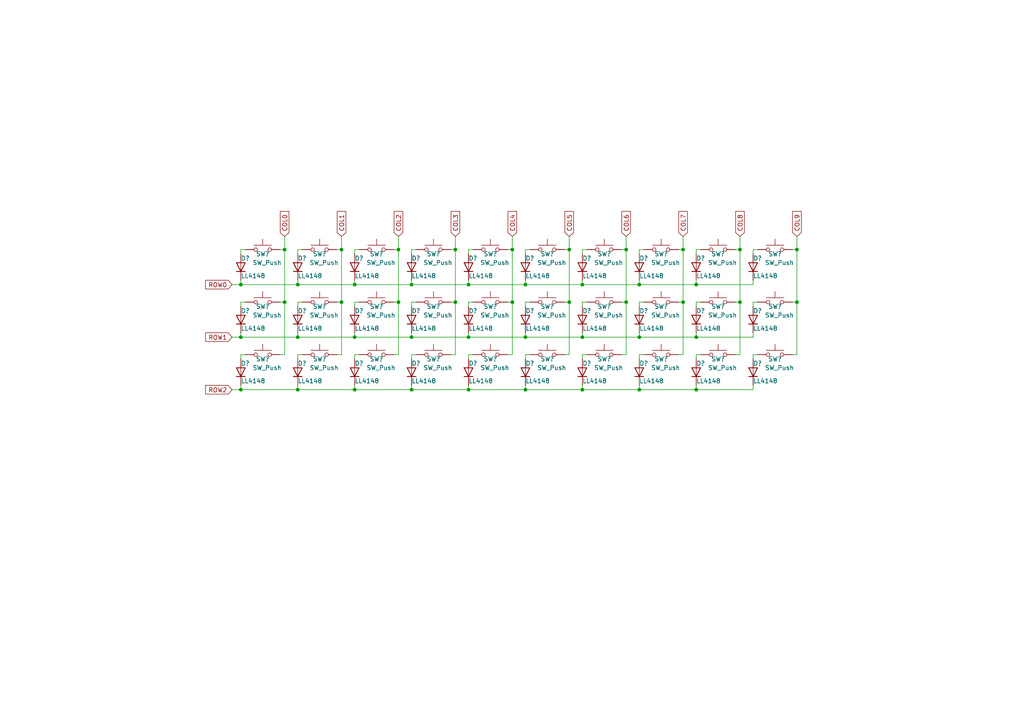
<source format=kicad_sch>
(kicad_sch (version 20230121) (generator eeschema)
  (paper "A4")
  (lib_symbols
    (symbol "Device:D" (pin_numbers hide) (pin_names (offset 1.016) hide)
      (property "Reference" "D" (at 0 2.54 0))
      (property "Value" "D" (at 0 -2.54 0))
      (symbol "D_0_1"
        (polyline (pts (xy -1.27 1.27) (xy -1.27 -1.27)) (stroke (width 0.254)))
        (polyline (pts (xy 1.27 0) (xy -1.27 0)))
        (polyline (pts (xy 1.27 1.27) (xy 1.27 -1.27) (xy -1.27 0) (xy 1.27 1.27)) (stroke (width 0.254)))
      )
      (symbol "D_1_1"
        (pin passive line (at -3.81 0 0) (length 2.54) (name "K") (number "1"))
        (pin passive line (at 3.81 0 180) (length 2.54) (name "A") (number "2"))
      )
    )
    (symbol "Switch:SW_Push" (pin_numbers hide) (pin_names (offset 1.016) hide)
      (property "Reference" "SW" (at 1.27 2.54 0))
      (property "Value" "SW_Push" (at 0 -1.524 0))
      (symbol "SW_Push_0_1"
        (circle (center -2.032 0) (radius 0.508))
        (polyline (pts (xy 0 1.27) (xy 0 3.048)))
        (polyline (pts (xy 2.54 1.27) (xy -2.54 1.27)))
        (circle (center 2.032 0) (radius 0.508))
        (pin passive line (at -5.08 0 0) (length 2.54) (name "1") (number "1"))
        (pin passive line (at 5.08 0 180) (length 2.54) (name "2") (number "2"))
      )
    )
  )
  (junction (at 102.87 113.03))
  (junction (at 82.55 87.63))
  (junction (at 198.12 72.39))
  (junction (at 214.63 87.63))
  (junction (at 135.89 113.03))
  (junction (at 86.36 97.79))
  (junction (at 201.93 113.03))
  (junction (at 185.42 82.55))
  (junction (at 185.42 113.03))
  (junction (at 201.93 97.79))
  (junction (at 168.91 97.79))
  (junction (at 165.1 72.39))
  (junction (at 152.4 82.55))
  (junction (at 181.61 87.63))
  (junction (at 165.1 87.63))
  (junction (at 148.59 87.63))
  (junction (at 102.87 97.79))
  (junction (at 99.06 72.39))
  (junction (at 119.38 82.55))
  (junction (at 231.14 72.39))
  (junction (at 185.42 97.79))
  (junction (at 99.06 87.63))
  (junction (at 152.4 113.03))
  (junction (at 86.36 82.55))
  (junction (at 115.57 87.63))
  (junction (at 214.63 72.39))
  (junction (at 119.38 113.03))
  (junction (at 69.85 113.03))
  (junction (at 102.87 82.55))
  (junction (at 181.61 72.39))
  (junction (at 82.55 72.39))
  (junction (at 198.12 87.63))
  (junction (at 231.14 87.63))
  (junction (at 69.85 97.79))
  (junction (at 201.93 82.55))
  (junction (at 132.08 72.39))
  (junction (at 168.91 82.55))
  (junction (at 168.91 113.03))
  (junction (at 152.4 97.79))
  (junction (at 132.08 87.63))
  (junction (at 115.57 72.39))
  (junction (at 69.85 82.55))
  (junction (at 135.89 97.79))
  (junction (at 135.89 82.55))
  (junction (at 148.59 72.39))
  (junction (at 119.38 97.79))
  (junction (at 86.36 113.03))
  (wire (pts (xy 201.93 72.39) (xy 201.93 73.66)))
  (wire (pts (xy 99.06 87.63) (xy 99.06 102.87)))
  (wire (pts (xy 180.34 102.87) (xy 181.61 102.87)))
  (wire (pts (xy 168.91 72.39) (xy 170.18 72.39)))
  (wire (pts (xy 135.89 102.87) (xy 135.89 104.14)))
  (wire (pts (xy 185.42 82.55) (xy 201.93 82.55)))
  (wire (pts (xy 114.3 87.63) (xy 115.57 87.63)))
  (wire (pts (xy 147.32 102.87) (xy 148.59 102.87)))
  (wire (pts (xy 114.3 72.39) (xy 115.57 72.39)))
  (wire (pts (xy 185.42 97.79) (xy 201.93 97.79)))
  (wire (pts (xy 119.38 82.55) (xy 135.89 82.55)))
  (wire (pts (xy 119.38 102.87) (xy 119.38 104.14)))
  (wire (pts (xy 69.85 97.79) (xy 86.36 97.79)))
  (wire (pts (xy 229.87 87.63) (xy 231.14 87.63)))
  (wire (pts (xy 102.87 111.76) (xy 102.87 113.03)))
  (wire (pts (xy 152.4 113.03) (xy 168.91 113.03)))
  (wire (pts (xy 168.91 97.79) (xy 185.42 97.79)))
  (wire (pts (xy 135.89 87.63) (xy 135.89 88.9)))
  (wire (pts (xy 201.93 72.39) (xy 203.2 72.39)))
  (wire (pts (xy 99.06 68.58) (xy 99.06 72.39)))
  (wire (pts (xy 119.38 102.87) (xy 120.65 102.87)))
  (wire (pts (xy 135.89 81.28) (xy 135.89 82.55)))
  (wire (pts (xy 214.63 72.39) (xy 214.63 87.63)))
  (wire (pts (xy 102.87 97.79) (xy 119.38 97.79)))
  (wire (pts (xy 201.93 82.55) (xy 218.44 82.55)))
  (wire (pts (xy 119.38 72.39) (xy 120.65 72.39)))
  (wire (pts (xy 180.34 72.39) (xy 181.61 72.39)))
  (wire (pts (xy 86.36 97.79) (xy 102.87 97.79)))
  (wire (pts (xy 119.38 111.76) (xy 119.38 113.03)))
  (wire (pts (xy 102.87 102.87) (xy 104.14 102.87)))
  (wire (pts (xy 86.36 82.55) (xy 102.87 82.55)))
  (wire (pts (xy 119.38 87.63) (xy 119.38 88.9)))
  (wire (pts (xy 165.1 68.58) (xy 165.1 72.39)))
  (wire (pts (xy 218.44 72.39) (xy 219.71 72.39)))
  (wire (pts (xy 213.36 102.87) (xy 214.63 102.87)))
  (wire (pts (xy 168.91 82.55) (xy 185.42 82.55)))
  (wire (pts (xy 135.89 111.76) (xy 135.89 113.03)))
  (wire (pts (xy 86.36 81.28) (xy 86.36 82.55)))
  (wire (pts (xy 102.87 72.39) (xy 102.87 73.66)))
  (wire (pts (xy 102.87 113.03) (xy 119.38 113.03)))
  (wire (pts (xy 82.55 87.63) (xy 82.55 102.87)))
  (wire (pts (xy 67.31 97.79) (xy 69.85 97.79)))
  (wire (pts (xy 218.44 81.28) (xy 218.44 82.55)))
  (wire (pts (xy 168.91 102.87) (xy 170.18 102.87)))
  (wire (pts (xy 102.87 87.63) (xy 102.87 88.9)))
  (wire (pts (xy 180.34 87.63) (xy 181.61 87.63)))
  (wire (pts (xy 152.4 111.76) (xy 152.4 113.03)))
  (wire (pts (xy 86.36 111.76) (xy 86.36 113.03)))
  (wire (pts (xy 165.1 72.39) (xy 165.1 87.63)))
  (wire (pts (xy 115.57 68.58) (xy 115.57 72.39)))
  (wire (pts (xy 152.4 96.52) (xy 152.4 97.79)))
  (wire (pts (xy 201.93 102.87) (xy 201.93 104.14)))
  (wire (pts (xy 81.28 87.63) (xy 82.55 87.63)))
  (wire (pts (xy 102.87 96.52) (xy 102.87 97.79)))
  (wire (pts (xy 67.31 82.55) (xy 69.85 82.55)))
  (wire (pts (xy 132.08 68.58) (xy 132.08 72.39)))
  (wire (pts (xy 198.12 68.58) (xy 198.12 72.39)))
  (wire (pts (xy 135.89 97.79) (xy 152.4 97.79)))
  (wire (pts (xy 198.12 72.39) (xy 198.12 87.63)))
  (wire (pts (xy 147.32 72.39) (xy 148.59 72.39)))
  (wire (pts (xy 168.91 102.87) (xy 168.91 104.14)))
  (wire (pts (xy 86.36 96.52) (xy 86.36 97.79)))
  (wire (pts (xy 135.89 102.87) (xy 137.16 102.87)))
  (wire (pts (xy 130.81 102.87) (xy 132.08 102.87)))
  (wire (pts (xy 152.4 102.87) (xy 152.4 104.14)))
  (wire (pts (xy 185.42 87.63) (xy 186.69 87.63)))
  (wire (pts (xy 148.59 72.39) (xy 148.59 87.63)))
  (wire (pts (xy 119.38 96.52) (xy 119.38 97.79)))
  (wire (pts (xy 69.85 111.76) (xy 69.85 113.03)))
  (wire (pts (xy 97.79 87.63) (xy 99.06 87.63)))
  (wire (pts (xy 152.4 87.63) (xy 153.67 87.63)))
  (wire (pts (xy 86.36 113.03) (xy 102.87 113.03)))
  (wire (pts (xy 119.38 72.39) (xy 119.38 73.66)))
  (wire (pts (xy 198.12 87.63) (xy 198.12 102.87)))
  (wire (pts (xy 69.85 82.55) (xy 86.36 82.55)))
  (wire (pts (xy 168.91 87.63) (xy 170.18 87.63)))
  (wire (pts (xy 114.3 102.87) (xy 115.57 102.87)))
  (wire (pts (xy 168.91 113.03) (xy 185.42 113.03)))
  (wire (pts (xy 135.89 87.63) (xy 137.16 87.63)))
  (wire (pts (xy 218.44 72.39) (xy 218.44 73.66)))
  (wire (pts (xy 214.63 68.58) (xy 214.63 72.39)))
  (wire (pts (xy 135.89 72.39) (xy 135.89 73.66)))
  (wire (pts (xy 152.4 102.87) (xy 153.67 102.87)))
  (wire (pts (xy 132.08 87.63) (xy 132.08 102.87)))
  (wire (pts (xy 213.36 72.39) (xy 214.63 72.39)))
  (wire (pts (xy 152.4 87.63) (xy 152.4 88.9)))
  (wire (pts (xy 86.36 72.39) (xy 86.36 73.66)))
  (wire (pts (xy 168.91 96.52) (xy 168.91 97.79)))
  (wire (pts (xy 201.93 87.63) (xy 201.93 88.9)))
  (wire (pts (xy 102.87 102.87) (xy 102.87 104.14)))
  (wire (pts (xy 185.42 102.87) (xy 186.69 102.87)))
  (wire (pts (xy 181.61 87.63) (xy 181.61 102.87)))
  (wire (pts (xy 69.85 113.03) (xy 86.36 113.03)))
  (wire (pts (xy 86.36 87.63) (xy 86.36 88.9)))
  (wire (pts (xy 213.36 87.63) (xy 214.63 87.63)))
  (wire (pts (xy 168.91 72.39) (xy 168.91 73.66)))
  (wire (pts (xy 218.44 87.63) (xy 219.71 87.63)))
  (wire (pts (xy 152.4 81.28) (xy 152.4 82.55)))
  (wire (pts (xy 231.14 87.63) (xy 231.14 102.87)))
  (wire (pts (xy 201.93 113.03) (xy 218.44 113.03)))
  (wire (pts (xy 185.42 102.87) (xy 185.42 104.14)))
  (wire (pts (xy 201.93 96.52) (xy 201.93 97.79)))
  (wire (pts (xy 163.83 87.63) (xy 165.1 87.63)))
  (wire (pts (xy 163.83 72.39) (xy 165.1 72.39)))
  (wire (pts (xy 86.36 72.39) (xy 87.63 72.39)))
  (wire (pts (xy 185.42 87.63) (xy 185.42 88.9)))
  (wire (pts (xy 185.42 111.76) (xy 185.42 113.03)))
  (wire (pts (xy 99.06 72.39) (xy 99.06 87.63)))
  (wire (pts (xy 82.55 72.39) (xy 82.55 87.63)))
  (wire (pts (xy 147.32 87.63) (xy 148.59 87.63)))
  (wire (pts (xy 102.87 72.39) (xy 104.14 72.39)))
  (wire (pts (xy 196.85 102.87) (xy 198.12 102.87)))
  (wire (pts (xy 130.81 72.39) (xy 132.08 72.39)))
  (wire (pts (xy 201.93 87.63) (xy 203.2 87.63)))
  (wire (pts (xy 135.89 113.03) (xy 152.4 113.03)))
  (wire (pts (xy 201.93 81.28) (xy 201.93 82.55)))
  (wire (pts (xy 86.36 87.63) (xy 87.63 87.63)))
  (wire (pts (xy 201.93 102.87) (xy 203.2 102.87)))
  (wire (pts (xy 181.61 68.58) (xy 181.61 72.39)))
  (wire (pts (xy 152.4 97.79) (xy 168.91 97.79)))
  (wire (pts (xy 185.42 81.28) (xy 185.42 82.55)))
  (wire (pts (xy 135.89 82.55) (xy 152.4 82.55)))
  (wire (pts (xy 132.08 72.39) (xy 132.08 87.63)))
  (wire (pts (xy 102.87 81.28) (xy 102.87 82.55)))
  (wire (pts (xy 97.79 102.87) (xy 99.06 102.87)))
  (wire (pts (xy 69.85 96.52) (xy 69.85 97.79)))
  (wire (pts (xy 119.38 97.79) (xy 135.89 97.79)))
  (wire (pts (xy 119.38 81.28) (xy 119.38 82.55)))
  (wire (pts (xy 135.89 96.52) (xy 135.89 97.79)))
  (wire (pts (xy 148.59 87.63) (xy 148.59 102.87)))
  (wire (pts (xy 196.85 87.63) (xy 198.12 87.63)))
  (wire (pts (xy 229.87 72.39) (xy 231.14 72.39)))
  (wire (pts (xy 218.44 111.76) (xy 218.44 113.03)))
  (wire (pts (xy 218.44 96.52) (xy 218.44 97.79)))
  (wire (pts (xy 231.14 68.58) (xy 231.14 72.39)))
  (wire (pts (xy 97.79 72.39) (xy 99.06 72.39)))
  (wire (pts (xy 218.44 102.87) (xy 218.44 104.14)))
  (wire (pts (xy 81.28 72.39) (xy 82.55 72.39)))
  (wire (pts (xy 185.42 113.03) (xy 201.93 113.03)))
  (wire (pts (xy 69.85 81.28) (xy 69.85 82.55)))
  (wire (pts (xy 168.91 87.63) (xy 168.91 88.9)))
  (wire (pts (xy 152.4 72.39) (xy 152.4 73.66)))
  (wire (pts (xy 218.44 87.63) (xy 218.44 88.9)))
  (wire (pts (xy 119.38 113.03) (xy 135.89 113.03)))
  (wire (pts (xy 69.85 87.63) (xy 69.85 88.9)))
  (wire (pts (xy 185.42 96.52) (xy 185.42 97.79)))
  (wire (pts (xy 214.63 87.63) (xy 214.63 102.87)))
  (wire (pts (xy 102.87 82.55) (xy 119.38 82.55)))
  (wire (pts (xy 69.85 102.87) (xy 69.85 104.14)))
  (wire (pts (xy 231.14 72.39) (xy 231.14 87.63)))
  (wire (pts (xy 181.61 72.39) (xy 181.61 87.63)))
  (wire (pts (xy 135.89 72.39) (xy 137.16 72.39)))
  (wire (pts (xy 81.28 102.87) (xy 82.55 102.87)))
  (wire (pts (xy 185.42 72.39) (xy 186.69 72.39)))
  (wire (pts (xy 152.4 72.39) (xy 153.67 72.39)))
  (wire (pts (xy 67.31 113.03) (xy 69.85 113.03)))
  (wire (pts (xy 130.81 87.63) (xy 132.08 87.63)))
  (wire (pts (xy 86.36 102.87) (xy 87.63 102.87)))
  (wire (pts (xy 168.91 81.28) (xy 168.91 82.55)))
  (wire (pts (xy 115.57 87.63) (xy 115.57 102.87)))
  (wire (pts (xy 152.4 82.55) (xy 168.91 82.55)))
  (wire (pts (xy 201.93 111.76) (xy 201.93 113.03)))
  (wire (pts (xy 185.42 72.39) (xy 185.42 73.66)))
  (wire (pts (xy 69.85 72.39) (xy 69.85 73.66)))
  (wire (pts (xy 69.85 72.39) (xy 71.12 72.39)))
  (wire (pts (xy 201.93 97.79) (xy 218.44 97.79)))
  (wire (pts (xy 165.1 87.63) (xy 165.1 102.87)))
  (wire (pts (xy 196.85 72.39) (xy 198.12 72.39)))
  (wire (pts (xy 148.59 68.58) (xy 148.59 72.39)))
  (wire (pts (xy 86.36 102.87) (xy 86.36 104.14)))
  (wire (pts (xy 115.57 72.39) (xy 115.57 87.63)))
  (wire (pts (xy 218.44 102.87) (xy 219.71 102.87)))
  (wire (pts (xy 102.87 87.63) (xy 104.14 87.63)))
  (wire (pts (xy 119.38 87.63) (xy 120.65 87.63)))
  (wire (pts (xy 69.85 87.63) (xy 71.12 87.63)))
  (wire (pts (xy 163.83 102.87) (xy 165.1 102.87)))
  (wire (pts (xy 69.85 102.87) (xy 71.12 102.87)))
  (wire (pts (xy 168.91 111.76) (xy 168.91 113.03)))
  (wire (pts (xy 229.87 102.87) (xy 231.14 102.87)))
  (wire (pts (xy 82.55 68.58) (xy 82.55 72.39)))
  (global_label "COL2" (shape input) (at 115.57 68.58 90) (property "Intersheetrefs" "${INTERSHEET_REFS}" (effects hide)))
  (global_label "COL5" (shape input) (at 165.1 68.58 90) (property "Intersheetrefs" "${INTERSHEET_REFS}" (effects hide)))
  (global_label "ROW2" (shape input) (at 67.31 113.03 180) (property "Intersheetrefs" "${INTERSHEET_REFS}" (effects hide)))
  (global_label "COL4" (shape input) (at 148.59 68.58 90) (property "Intersheetrefs" "${INTERSHEET_REFS}" (effects hide)))
  (global_label "COL9" (shape input) (at 231.14 68.58 90) (property "Intersheetrefs" "${INTERSHEET_REFS}" (effects hide)))
  (global_label "COL6" (shape input) (at 181.61 68.58 90) (property "Intersheetrefs" "${INTERSHEET_REFS}" (effects hide)))
  (global_label "COL1" (shape input) (at 99.06 68.58 90) (property "Intersheetrefs" "${INTERSHEET_REFS}" (effects hide)))
  (global_label "ROW0" (shape input) (at 67.31 82.55 180) (property "Intersheetrefs" "${INTERSHEET_REFS}" (effects hide)))
  (global_label "COL8" (shape input) (at 214.63 68.58 90) (property "Intersheetrefs" "${INTERSHEET_REFS}" (effects hide)))
  (global_label "ROW1" (shape input) (at 67.31 97.79 180) (property "Intersheetrefs" "${INTERSHEET_REFS}" (effects hide)))
  (global_label "COL3" (shape input) (at 132.08 68.58 90) (property "Intersheetrefs" "${INTERSHEET_REFS}" (effects hide)))
  (global_label "COL0" (shape input) (at 82.55 68.58 90) (property "Intersheetrefs" "${INTERSHEET_REFS}" (effects hide)))
  (global_label "COL7" (shape input) (at 198.12 68.58 90) (property "Intersheetrefs" "${INTERSHEET_REFS}" (effects hide)))
  (symbol (lib_id "Device:D") (at 119.38 77.47 90) (unit 1)
    (property "Reference" "D?" (at 119.38 74.93 90) (effects (justify right)))
    (property "Value" "LL4148" (at 119.38 80.01 90) (effects (justify right)))
    (property "Footprint" "Diode_SMD:D_1206_3216Metric" (effects hide))
    (property "Sim.Device" "D" (effects hide))
    (property "Sim.Pins" "1=K 2=A" (effects hide))
    (property "LCSC" "C9808" (effects hide))
    (property "jlc_url" "https://jlcpcb.com/partdetail/st_semtech-LL4148/C9808" (effects hide))
    (instances (project "keyboard" (path "" (reference "D?") (unit 1)) (path "" (reference "D4") (unit 1))))
  )
  (symbol (lib_id "Switch:SW_Push") (at 92.71 102.87 0) (unit 1)
    (property "Reference" "SW?" (at 92.71 104.14 0))
    (property "Value" "SW_Push" (at 93.98 106.68 0))
    (property "Footprint" "Button_Switch_Keyboard:SW_Cherry_MX_1.00u_PCB" (effects hide))
    (instances (project "keyboard" (path "" (reference "SW?") (unit 1)) (path "" (reference "SW22") (unit 1))))
  )
  (symbol (lib_id "Switch:SW_Push") (at 191.77 72.39 0) (unit 1)
    (property "Reference" "SW?" (at 191.77 73.66 0))
    (property "Value" "SW_Push" (at 193.04 76.2 0))
    (property "Footprint" "Button_Switch_Keyboard:SW_Cherry_MX_1.00u_PCB" (effects hide))
    (instances (project "keyboard" (path "" (reference "SW?") (unit 1)) (path "" (reference "SW8") (unit 1))))
  )
  (symbol (lib_id "Switch:SW_Push") (at 158.75 87.63 0) (unit 1)
    (property "Reference" "SW?" (at 158.75 88.9 0))
    (property "Value" "SW_Push" (at 160.02 91.44 0))
    (property "Footprint" "Button_Switch_Keyboard:SW_Cherry_MX_1.00u_PCB" (effects hide))
    (instances (project "keyboard" (path "" (reference "SW?") (unit 1)) (path "" (reference "SW16") (unit 1))))
  )
  (symbol (lib_id "Switch:SW_Push") (at 191.77 102.87 0) (unit 1)
    (property "Reference" "SW?" (at 191.77 104.14 0))
    (property "Value" "SW_Push" (at 193.04 106.68 0))
    (property "Footprint" "Button_Switch_Keyboard:SW_Cherry_MX_1.00u_PCB" (effects hide))
    (instances (project "keyboard" (path "" (reference "SW?") (unit 1)) (path "" (reference "SW28") (unit 1))))
  )
  (symbol (lib_id "Device:D") (at 185.42 107.95 90) (unit 1)
    (property "Reference" "D?" (at 185.42 105.41 90) (effects (justify right)))
    (property "Value" "LL4148" (at 185.42 110.49 90) (effects (justify right)))
    (property "Footprint" "Diode_SMD:D_1206_3216Metric" (effects hide))
    (property "Sim.Device" "D" (effects hide))
    (property "Sim.Pins" "1=K 2=A" (effects hide))
    (property "LCSC" "C9808" (effects hide))
    (property "jlc_url" "https://jlcpcb.com/partdetail/st_semtech-LL4148/C9808" (effects hide))
    (instances (project "keyboard" (path "" (reference "D?") (unit 1)) (path "" (reference "D28") (unit 1))))
  )
  (symbol (lib_id "Switch:SW_Push") (at 175.26 102.87 0) (unit 1)
    (property "Reference" "SW?" (at 175.26 104.14 0))
    (property "Value" "SW_Push" (at 176.53 106.68 0))
    (property "Footprint" "Button_Switch_Keyboard:SW_Cherry_MX_1.00u_PCB" (effects hide))
    (instances (project "keyboard" (path "" (reference "SW?") (unit 1)) (path "" (reference "SW27") (unit 1))))
  )
  (symbol (lib_id "Device:D") (at 135.89 92.71 90) (unit 1)
    (property "Reference" "D?" (at 135.89 90.17 90) (effects (justify right)))
    (property "Value" "LL4148" (at 135.89 95.25 90) (effects (justify right)))
    (property "Footprint" "Diode_SMD:D_1206_3216Metric" (effects hide))
    (property "Sim.Device" "D" (effects hide))
    (property "Sim.Pins" "1=K 2=A" (effects hide))
    (property "LCSC" "C9808" (effects hide))
    (property "jlc_url" "https://jlcpcb.com/partdetail/st_semtech-LL4148/C9808" (effects hide))
    (instances (project "keyboard" (path "" (reference "D?") (unit 1)) (path "" (reference "D15") (unit 1))))
  )
  (symbol (lib_id "Switch:SW_Push") (at 142.24 87.63 0) (unit 1)
    (property "Reference" "SW?" (at 142.24 88.9 0))
    (property "Value" "SW_Push" (at 143.51 91.44 0))
    (property "Footprint" "Button_Switch_Keyboard:SW_Cherry_MX_1.00u_PCB" (effects hide))
    (instances (project "keyboard" (path "" (reference "SW?") (unit 1)) (path "" (reference "SW15") (unit 1))))
  )
  (symbol (lib_id "Device:D") (at 201.93 77.47 90) (unit 1)
    (property "Reference" "D?" (at 201.93 74.93 90) (effects (justify right)))
    (property "Value" "LL4148" (at 201.93 80.01 90) (effects (justify right)))
    (property "Footprint" "Diode_SMD:D_1206_3216Metric" (effects hide))
    (property "Sim.Device" "D" (effects hide))
    (property "Sim.Pins" "1=K 2=A" (effects hide))
    (property "LCSC" "C9808" (effects hide))
    (property "jlc_url" "https://jlcpcb.com/partdetail/st_semtech-LL4148/C9808" (effects hide))
    (instances (project "keyboard" (path "" (reference "D?") (unit 1)) (path "" (reference "D9") (unit 1))))
  )
  (symbol (lib_id "Switch:SW_Push") (at 208.28 72.39 0) (unit 1)
    (property "Reference" "SW?" (at 208.28 73.66 0))
    (property "Value" "SW_Push" (at 209.55 76.2 0))
    (property "Footprint" "Button_Switch_Keyboard:SW_Cherry_MX_1.00u_PCB" (effects hide))
    (instances (project "keyboard" (path "" (reference "SW?") (unit 1)) (path "" (reference "SW9") (unit 1))))
  )
  (symbol (lib_id "Switch:SW_Push") (at 158.75 72.39 0) (unit 1)
    (property "Reference" "SW?" (at 158.75 73.66 0))
    (property "Value" "SW_Push" (at 160.02 76.2 0))
    (property "Footprint" "Button_Switch_Keyboard:SW_Cherry_MX_1.00u_PCB" (effects hide))
    (instances (project "keyboard" (path "" (reference "SW?") (unit 1)) (path "" (reference "SW6") (unit 1))))
  )
  (symbol (lib_id "Device:D") (at 69.85 92.71 90) (unit 1)
    (property "Reference" "D?" (at 69.85 90.17 90) (effects (justify right)))
    (property "Value" "LL4148" (at 69.85 95.25 90) (effects (justify right)))
    (property "Footprint" "Diode_SMD:D_1206_3216Metric" (effects hide))
    (property "Sim.Device" "D" (effects hide))
    (property "Sim.Pins" "1=K 2=A" (effects hide))
    (property "LCSC" "C9808" (effects hide))
    (property "jlc_url" "https://jlcpcb.com/partdetail/st_semtech-LL4148/C9808" (effects hide))
    (instances (project "keyboard" (path "" (reference "D?") (unit 1)) (path "" (reference "D11") (unit 1))))
  )
  (symbol (lib_id "Device:D") (at 102.87 92.71 90) (unit 1)
    (property "Reference" "D?" (at 102.87 90.17 90) (effects (justify right)))
    (property "Value" "LL4148" (at 102.87 95.25 90) (effects (justify right)))
    (property "Footprint" "Diode_SMD:D_1206_3216Metric" (effects hide))
    (property "Sim.Device" "D" (effects hide))
    (property "Sim.Pins" "1=K 2=A" (effects hide))
    (property "LCSC" "C9808" (effects hide))
    (property "jlc_url" "https://jlcpcb.com/partdetail/st_semtech-LL4148/C9808" (effects hide))
    (instances (project "keyboard" (path "" (reference "D?") (unit 1)) (path "" (reference "D13") (unit 1))))
  )
  (symbol (lib_id "Device:D") (at 168.91 107.95 90) (unit 1)
    (property "Reference" "D?" (at 168.91 105.41 90) (effects (justify right)))
    (property "Value" "LL4148" (at 168.91 110.49 90) (effects (justify right)))
    (property "Footprint" "Diode_SMD:D_1206_3216Metric" (effects hide))
    (property "Sim.Device" "D" (effects hide))
    (property "Sim.Pins" "1=K 2=A" (effects hide))
    (property "LCSC" "C9808" (effects hide))
    (property "jlc_url" "https://jlcpcb.com/partdetail/st_semtech-LL4148/C9808" (effects hide))
    (instances (project "keyboard" (path "" (reference "D?") (unit 1)) (path "" (reference "D27") (unit 1))))
  )
  (symbol (lib_id "Device:D") (at 185.42 77.47 90) (unit 1)
    (property "Reference" "D?" (at 185.42 74.93 90) (effects (justify right)))
    (property "Value" "LL4148" (at 185.42 80.01 90) (effects (justify right)))
    (property "Footprint" "Diode_SMD:D_1206_3216Metric" (effects hide))
    (property "Sim.Device" "D" (effects hide))
    (property "Sim.Pins" "1=K 2=A" (effects hide))
    (property "LCSC" "C9808" (effects hide))
    (property "jlc_url" "https://jlcpcb.com/partdetail/st_semtech-LL4148/C9808" (effects hide))
    (instances (project "keyboard" (path "" (reference "D?") (unit 1)) (path "" (reference "D8") (unit 1))))
  )
  (symbol (lib_id "Switch:SW_Push") (at 208.28 102.87 0) (unit 1)
    (property "Reference" "SW?" (at 208.28 104.14 0))
    (property "Value" "SW_Push" (at 209.55 106.68 0))
    (property "Footprint" "Button_Switch_Keyboard:SW_Cherry_MX_1.00u_PCB" (effects hide))
    (instances (project "keyboard" (path "" (reference "SW?") (unit 1)) (path "" (reference "SW29") (unit 1))))
  )
  (symbol (lib_id "Device:D") (at 69.85 77.47 90) (unit 1)
    (property "Reference" "D?" (at 69.85 74.93 90) (effects (justify right)))
    (property "Value" "LL4148" (at 69.85 80.01 90) (effects (justify right)))
    (property "Footprint" "Diode_SMD:D_1206_3216Metric" (effects hide))
    (property "Sim.Device" "D" (effects hide))
    (property "Sim.Pins" "1=K 2=A" (effects hide))
    (property "LCSC" "C9808" (effects hide))
    (property "jlc_url" "https://jlcpcb.com/partdetail/st_semtech-LL4148/C9808" (effects hide))
    (instances (project "keyboard" (path "" (reference "D?") (unit 1)) (path "" (reference "D1") (unit 1))))
  )
  (symbol (lib_id "Device:D") (at 218.44 77.47 90) (unit 1)
    (property "Reference" "D?" (at 218.44 74.93 90) (effects (justify right)))
    (property "Value" "LL4148" (at 218.44 80.01 90) (effects (justify right)))
    (property "Footprint" "Diode_SMD:D_1206_3216Metric" (effects hide))
    (property "Sim.Device" "D" (effects hide))
    (property "Sim.Pins" "1=K 2=A" (effects hide))
    (property "LCSC" "C9808" (effects hide))
    (property "jlc_url" "https://jlcpcb.com/partdetail/st_semtech-LL4148/C9808" (effects hide))
    (instances (project "keyboard" (path "" (reference "D?") (unit 1)) (path "" (reference "D10") (unit 1))))
  )
  (symbol (lib_id "Device:D") (at 102.87 77.47 90) (unit 1)
    (property "Reference" "D?" (at 102.87 74.93 90) (effects (justify right)))
    (property "Value" "LL4148" (at 102.87 80.01 90) (effects (justify right)))
    (property "Footprint" "Diode_SMD:D_1206_3216Metric" (effects hide))
    (property "Sim.Device" "D" (effects hide))
    (property "Sim.Pins" "1=K 2=A" (effects hide))
    (property "LCSC" "C9808" (effects hide))
    (property "jlc_url" "https://jlcpcb.com/partdetail/st_semtech-LL4148/C9808" (effects hide))
    (instances (project "keyboard" (path "" (reference "D?") (unit 1)) (path "" (reference "D3") (unit 1))))
  )
  (symbol (lib_id "Device:D") (at 86.36 107.95 90) (unit 1)
    (property "Reference" "D?" (at 86.36 105.41 90) (effects (justify right)))
    (property "Value" "LL4148" (at 86.36 110.49 90) (effects (justify right)))
    (property "Footprint" "Diode_SMD:D_1206_3216Metric" (effects hide))
    (property "Sim.Device" "D" (effects hide))
    (property "Sim.Pins" "1=K 2=A" (effects hide))
    (property "LCSC" "C9808" (effects hide))
    (property "jlc_url" "https://jlcpcb.com/partdetail/st_semtech-LL4148/C9808" (effects hide))
    (instances (project "keyboard" (path "" (reference "D?") (unit 1)) (path "" (reference "D22") (unit 1))))
  )
  (symbol (lib_id "Device:D") (at 119.38 92.71 90) (unit 1)
    (property "Reference" "D?" (at 119.38 90.17 90) (effects (justify right)))
    (property "Value" "LL4148" (at 119.38 95.25 90) (effects (justify right)))
    (property "Footprint" "Diode_SMD:D_1206_3216Metric" (effects hide))
    (property "Sim.Device" "D" (effects hide))
    (property "Sim.Pins" "1=K 2=A" (effects hide))
    (property "LCSC" "C9808" (effects hide))
    (property "jlc_url" "https://jlcpcb.com/partdetail/st_semtech-LL4148/C9808" (effects hide))
    (instances (project "keyboard" (path "" (reference "D?") (unit 1)) (path "" (reference "D14") (unit 1))))
  )
  (symbol (lib_id "Switch:SW_Push") (at 109.22 102.87 0) (unit 1)
    (property "Reference" "SW?" (at 109.22 104.14 0))
    (property "Value" "SW_Push" (at 110.49 106.68 0))
    (property "Footprint" "Button_Switch_Keyboard:SW_Cherry_MX_1.00u_PCB" (effects hide))
    (instances (project "keyboard" (path "" (reference "SW?") (unit 1)) (path "" (reference "SW23") (unit 1))))
  )
  (symbol (lib_id "Switch:SW_Push") (at 224.79 87.63 0) (unit 1)
    (property "Reference" "SW?" (at 224.79 88.9 0))
    (property "Value" "SW_Push" (at 226.06 91.44 0))
    (property "Footprint" "Button_Switch_Keyboard:SW_Cherry_MX_1.00u_PCB" (effects hide))
    (instances (project "keyboard" (path "" (reference "SW?") (unit 1)) (path "" (reference "SW20") (unit 1))))
  )
  (symbol (lib_id "Device:D") (at 218.44 107.95 90) (unit 1)
    (property "Reference" "D?" (at 218.44 105.41 90) (effects (justify right)))
    (property "Value" "LL4148" (at 218.44 110.49 90) (effects (justify right)))
    (property "Footprint" "Diode_SMD:D_1206_3216Metric" (effects hide))
    (property "Sim.Device" "D" (effects hide))
    (property "Sim.Pins" "1=K 2=A" (effects hide))
    (property "LCSC" "C9808" (effects hide))
    (property "jlc_url" "https://jlcpcb.com/partdetail/st_semtech-LL4148/C9808" (effects hide))
    (instances (project "keyboard" (path "" (reference "D?") (unit 1)) (path "" (reference "D30") (unit 1))))
  )
  (symbol (lib_id "Switch:SW_Push") (at 142.24 102.87 0) (unit 1)
    (property "Reference" "SW?" (at 142.24 104.14 0))
    (property "Value" "SW_Push" (at 143.51 106.68 0))
    (property "Footprint" "Button_Switch_Keyboard:SW_Cherry_MX_1.00u_PCB" (effects hide))
    (instances (project "keyboard" (path "" (reference "SW?") (unit 1)) (path "" (reference "SW25") (unit 1))))
  )
  (symbol (lib_id "Device:D") (at 201.93 92.71 90) (unit 1)
    (property "Reference" "D?" (at 201.93 90.17 90) (effects (justify right)))
    (property "Value" "LL4148" (at 201.93 95.25 90) (effects (justify right)))
    (property "Footprint" "Diode_SMD:D_1206_3216Metric" (effects hide))
    (property "Sim.Device" "D" (effects hide))
    (property "Sim.Pins" "1=K 2=A" (effects hide))
    (property "LCSC" "C9808" (effects hide))
    (property "jlc_url" "https://jlcpcb.com/partdetail/st_semtech-LL4148/C9808" (effects hide))
    (instances (project "keyboard" (path "" (reference "D?") (unit 1)) (path "" (reference "D19") (unit 1))))
  )
  (symbol (lib_id "Device:D") (at 135.89 107.95 90) (unit 1)
    (property "Reference" "D?" (at 135.89 105.41 90) (effects (justify right)))
    (property "Value" "LL4148" (at 135.89 110.49 90) (effects (justify right)))
    (property "Footprint" "Diode_SMD:D_1206_3216Metric" (effects hide))
    (property "Sim.Device" "D" (effects hide))
    (property "Sim.Pins" "1=K 2=A" (effects hide))
    (property "LCSC" "C9808" (effects hide))
    (property "jlc_url" "https://jlcpcb.com/partdetail/st_semtech-LL4148/C9808" (effects hide))
    (instances (project "keyboard" (path "" (reference "D?") (unit 1)) (path "" (reference "D25") (unit 1))))
  )
  (symbol (lib_id "Switch:SW_Push") (at 224.79 72.39 0) (unit 1)
    (property "Reference" "SW?" (at 224.79 73.66 0))
    (property "Value" "SW_Push" (at 226.06 76.2 0))
    (property "Footprint" "Button_Switch_Keyboard:SW_Cherry_MX_1.00u_PCB" (effects hide))
    (instances (project "keyboard" (path "" (reference "SW?") (unit 1)) (path "" (reference "SW10") (unit 1))))
  )
  (symbol (lib_id "Switch:SW_Push") (at 175.26 72.39 0) (unit 1)
    (property "Reference" "SW?" (at 175.26 73.66 0))
    (property "Value" "SW_Push" (at 176.53 76.2 0))
    (property "Footprint" "Button_Switch_Keyboard:SW_Cherry_MX_1.00u_PCB" (effects hide))
    (instances (project "keyboard" (path "" (reference "SW?") (unit 1)) (path "" (reference "SW7") (unit 1))))
  )
  (symbol (lib_id "Device:D") (at 119.38 107.95 90) (unit 1)
    (property "Reference" "D?" (at 119.38 105.41 90) (effects (justify right)))
    (property "Value" "LL4148" (at 119.38 110.49 90) (effects (justify right)))
    (property "Footprint" "Diode_SMD:D_1206_3216Metric" (effects hide))
    (property "Sim.Device" "D" (effects hide))
    (property "Sim.Pins" "1=K 2=A" (effects hide))
    (property "LCSC" "C9808" (effects hide))
    (property "jlc_url" "https://jlcpcb.com/partdetail/st_semtech-LL4148/C9808" (effects hide))
    (instances (project "keyboard" (path "" (reference "D?") (unit 1)) (path "" (reference "D24") (unit 1))))
  )
  (symbol (lib_id "Switch:SW_Push") (at 76.2 72.39 0) (unit 1)
    (property "Reference" "SW?" (at 76.2 73.66 0))
    (property "Value" "SW_Push" (at 77.47 76.2 0))
    (property "Footprint" "Button_Switch_Keyboard:SW_Cherry_MX_1.00u_PCB" (effects hide))
    (instances (project "keyboard" (path "" (reference "SW?") (unit 1)) (path "" (reference "SW1") (unit 1))))
  )
  (symbol (lib_id "Device:D") (at 135.89 77.47 90) (unit 1)
    (property "Reference" "D?" (at 135.89 74.93 90) (effects (justify right)))
    (property "Value" "LL4148" (at 135.89 80.01 90) (effects (justify right)))
    (property "Footprint" "Diode_SMD:D_1206_3216Metric" (effects hide))
    (property "Sim.Device" "D" (effects hide))
    (property "Sim.Pins" "1=K 2=A" (effects hide))
    (property "LCSC" "C9808" (effects hide))
    (property "jlc_url" "https://jlcpcb.com/partdetail/st_semtech-LL4148/C9808" (effects hide))
    (instances (project "keyboard" (path "" (reference "D?") (unit 1)) (path "" (reference "D5") (unit 1))))
  )
  (symbol (lib_id "Switch:SW_Push") (at 175.26 87.63 0) (unit 1)
    (property "Reference" "SW?" (at 175.26 88.9 0))
    (property "Value" "SW_Push" (at 176.53 91.44 0))
    (property "Footprint" "Button_Switch_Keyboard:SW_Cherry_MX_1.00u_PCB" (effects hide))
    (instances (project "keyboard" (path "" (reference "SW?") (unit 1)) (path "" (reference "SW17") (unit 1))))
  )
  (symbol (lib_id "Device:D") (at 86.36 77.47 90) (unit 1)
    (property "Reference" "D?" (at 86.36 74.93 90) (effects (justify right)))
    (property "Value" "LL4148" (at 86.36 80.01 90) (effects (justify right)))
    (property "Footprint" "Diode_SMD:D_1206_3216Metric" (effects hide))
    (property "Sim.Device" "D" (effects hide))
    (property "Sim.Pins" "1=K 2=A" (effects hide))
    (property "LCSC" "C9808" (effects hide))
    (property "jlc_url" "https://jlcpcb.com/partdetail/st_semtech-LL4148/C9808" (effects hide))
    (instances (project "keyboard" (path "" (reference "D?") (unit 1)) (path "" (reference "D2") (unit 1))))
  )
  (symbol (lib_id "Switch:SW_Push") (at 109.22 72.39 0) (unit 1)
    (property "Reference" "SW?" (at 109.22 73.66 0))
    (property "Value" "SW_Push" (at 110.49 76.2 0))
    (property "Footprint" "Button_Switch_Keyboard:SW_Cherry_MX_1.00u_PCB" (effects hide))
    (instances (project "keyboard" (path "" (reference "SW?") (unit 1)) (path "" (reference "SW3") (unit 1))))
  )
  (symbol (lib_id "Device:D") (at 152.4 107.95 90) (unit 1)
    (property "Reference" "D?" (at 152.4 105.41 90) (effects (justify right)))
    (property "Value" "LL4148" (at 152.4 110.49 90) (effects (justify right)))
    (property "Footprint" "Diode_SMD:D_1206_3216Metric" (effects hide))
    (property "Sim.Device" "D" (effects hide))
    (property "Sim.Pins" "1=K 2=A" (effects hide))
    (property "LCSC" "C9808" (effects hide))
    (property "jlc_url" "https://jlcpcb.com/partdetail/st_semtech-LL4148/C9808" (effects hide))
    (instances (project "keyboard" (path "" (reference "D?") (unit 1)) (path "" (reference "D26") (unit 1))))
  )
  (symbol (lib_id "Device:D") (at 152.4 77.47 90) (unit 1)
    (property "Reference" "D?" (at 152.4 74.93 90) (effects (justify right)))
    (property "Value" "LL4148" (at 152.4 80.01 90) (effects (justify right)))
    (property "Footprint" "Diode_SMD:D_1206_3216Metric" (effects hide))
    (property "Sim.Device" "D" (effects hide))
    (property "Sim.Pins" "1=K 2=A" (effects hide))
    (property "LCSC" "C9808" (effects hide))
    (property "jlc_url" "https://jlcpcb.com/partdetail/st_semtech-LL4148/C9808" (effects hide))
    (instances (project "keyboard" (path "" (reference "D?") (unit 1)) (path "" (reference "D6") (unit 1))))
  )
  (symbol (lib_id "Switch:SW_Push") (at 92.71 72.39 0) (unit 1)
    (property "Reference" "SW?" (at 92.71 73.66 0))
    (property "Value" "SW_Push" (at 93.98 76.2 0))
    (property "Footprint" "Button_Switch_Keyboard:SW_Cherry_MX_1.00u_PCB" (effects hide))
    (instances (project "keyboard" (path "" (reference "SW?") (unit 1)) (path "" (reference "SW2") (unit 1))))
  )
  (symbol (lib_id "Device:D") (at 168.91 92.71 90) (unit 1)
    (property "Reference" "D?" (at 168.91 90.17 90) (effects (justify right)))
    (property "Value" "LL4148" (at 168.91 95.25 90) (effects (justify right)))
    (property "Footprint" "Diode_SMD:D_1206_3216Metric" (effects hide))
    (property "Sim.Device" "D" (effects hide))
    (property "Sim.Pins" "1=K 2=A" (effects hide))
    (property "LCSC" "C9808" (effects hide))
    (property "jlc_url" "https://jlcpcb.com/partdetail/st_semtech-LL4148/C9808" (effects hide))
    (instances (project "keyboard" (path "" (reference "D?") (unit 1)) (path "" (reference "D17") (unit 1))))
  )
  (symbol (lib_id "Device:D") (at 185.42 92.71 90) (unit 1)
    (property "Reference" "D?" (at 185.42 90.17 90) (effects (justify right)))
    (property "Value" "LL4148" (at 185.42 95.25 90) (effects (justify right)))
    (property "Footprint" "Diode_SMD:D_1206_3216Metric" (effects hide))
    (property "Sim.Device" "D" (effects hide))
    (property "Sim.Pins" "1=K 2=A" (effects hide))
    (property "LCSC" "C9808" (effects hide))
    (property "jlc_url" "https://jlcpcb.com/partdetail/st_semtech-LL4148/C9808" (effects hide))
    (instances (project "keyboard" (path "" (reference "D?") (unit 1)) (path "" (reference "D18") (unit 1))))
  )
  (symbol (lib_id "Switch:SW_Push") (at 76.2 87.63 0) (unit 1)
    (property "Reference" "SW?" (at 76.2 88.9 0))
    (property "Value" "SW_Push" (at 77.47 91.44 0))
    (property "Footprint" "Button_Switch_Keyboard:SW_Cherry_MX_1.00u_PCB" (effects hide))
    (instances (project "keyboard" (path "" (reference "SW?") (unit 1)) (path "" (reference "SW11") (unit 1))))
  )
  (symbol (lib_id "Switch:SW_Push") (at 125.73 102.87 0) (unit 1)
    (property "Reference" "SW?" (at 125.73 104.14 0))
    (property "Value" "SW_Push" (at 127 106.68 0))
    (property "Footprint" "Button_Switch_Keyboard:SW_Cherry_MX_1.00u_PCB" (effects hide))
    (instances (project "keyboard" (path "" (reference "SW?") (unit 1)) (path "" (reference "SW24") (unit 1))))
  )
  (symbol (lib_id "Device:D") (at 152.4 92.71 90) (unit 1)
    (property "Reference" "D?" (at 152.4 90.17 90) (effects (justify right)))
    (property "Value" "LL4148" (at 152.4 95.25 90) (effects (justify right)))
    (property "Footprint" "Diode_SMD:D_1206_3216Metric" (effects hide))
    (property "Sim.Device" "D" (effects hide))
    (property "Sim.Pins" "1=K 2=A" (effects hide))
    (property "LCSC" "C9808" (effects hide))
    (property "jlc_url" "https://jlcpcb.com/partdetail/st_semtech-LL4148/C9808" (effects hide))
    (instances (project "keyboard" (path "" (reference "D?") (unit 1)) (path "" (reference "D16") (unit 1))))
  )
  (symbol (lib_id "Switch:SW_Push") (at 92.71 87.63 0) (unit 1)
    (property "Reference" "SW?" (at 92.71 88.9 0))
    (property "Value" "SW_Push" (at 93.98 91.44 0))
    (property "Footprint" "Button_Switch_Keyboard:SW_Cherry_MX_1.00u_PCB" (effects hide))
    (instances (project "keyboard" (path "" (reference "SW?") (unit 1)) (path "" (reference "SW12") (unit 1))))
  )
  (symbol (lib_id "Switch:SW_Push") (at 224.79 102.87 0) (unit 1)
    (property "Reference" "SW?" (at 224.79 104.14 0))
    (property "Value" "SW_Push" (at 226.06 106.68 0))
    (property "Footprint" "Button_Switch_Keyboard:SW_Cherry_MX_1.00u_PCB" (effects hide))
    (instances (project "keyboard" (path "" (reference "SW?") (unit 1)) (path "" (reference "SW30") (unit 1))))
  )
  (symbol (lib_id "Switch:SW_Push") (at 109.22 87.63 0) (unit 1)
    (property "Reference" "SW?" (at 109.22 88.9 0))
    (property "Value" "SW_Push" (at 110.49 91.44 0))
    (property "Footprint" "Button_Switch_Keyboard:SW_Cherry_MX_1.00u_PCB" (effects hide))
    (instances (project "keyboard" (path "" (reference "SW?") (unit 1)) (path "" (reference "SW13") (unit 1))))
  )
  (symbol (lib_id "Switch:SW_Push") (at 142.24 72.39 0) (unit 1)
    (property "Reference" "SW?" (at 142.24 73.66 0))
    (property "Value" "SW_Push" (at 143.51 76.2 0))
    (property "Footprint" "Button_Switch_Keyboard:SW_Cherry_MX_1.00u_PCB" (effects hide))
    (instances (project "keyboard" (path "" (reference "SW?") (unit 1)) (path "" (reference "SW5") (unit 1))))
  )
  (symbol (lib_id "Switch:SW_Push") (at 125.73 87.63 0) (unit 1)
    (property "Reference" "SW?" (at 125.73 88.9 0))
    (property "Value" "SW_Push" (at 127 91.44 0))
    (property "Footprint" "Button_Switch_Keyboard:SW_Cherry_MX_1.00u_PCB" (effects hide))
    (instances (project "keyboard" (path "" (reference "SW?") (unit 1)) (path "" (reference "SW14") (unit 1))))
  )
  (symbol (lib_id "Device:D") (at 86.36 92.71 90) (unit 1)
    (property "Reference" "D?" (at 86.36 90.17 90) (effects (justify right)))
    (property "Value" "LL4148" (at 86.36 95.25 90) (effects (justify right)))
    (property "Footprint" "Diode_SMD:D_1206_3216Metric" (effects hide))
    (property "Sim.Device" "D" (effects hide))
    (property "Sim.Pins" "1=K 2=A" (effects hide))
    (property "LCSC" "C9808" (effects hide))
    (property "jlc_url" "https://jlcpcb.com/partdetail/st_semtech-LL4148/C9808" (effects hide))
    (instances (project "keyboard" (path "" (reference "D?") (unit 1)) (path "" (reference "D12") (unit 1))))
  )
  (symbol (lib_id "Switch:SW_Push") (at 191.77 87.63 0) (unit 1)
    (property "Reference" "SW?" (at 191.77 88.9 0))
    (property "Value" "SW_Push" (at 193.04 91.44 0))
    (property "Footprint" "Button_Switch_Keyboard:SW_Cherry_MX_1.00u_PCB" (effects hide))
    (instances (project "keyboard" (path "" (reference "SW?") (unit 1)) (path "" (reference "SW18") (unit 1))))
  )
  (symbol (lib_id "Switch:SW_Push") (at 125.73 72.39 0) (unit 1)
    (property "Reference" "SW?" (at 125.73 73.66 0))
    (property "Value" "SW_Push" (at 127 76.2 0))
    (property "Footprint" "Button_Switch_Keyboard:SW_Cherry_MX_1.00u_PCB" (effects hide))
    (instances (project "keyboard" (path "" (reference "SW?") (unit 1)) (path "" (reference "SW4") (unit 1))))
  )
  (symbol (lib_id "Device:D") (at 218.44 92.71 90) (unit 1)
    (property "Reference" "D?" (at 218.44 90.17 90) (effects (justify right)))
    (property "Value" "LL4148" (at 218.44 95.25 90) (effects (justify right)))
    (property "Footprint" "Diode_SMD:D_1206_3216Metric" (effects hide))
    (property "Sim.Device" "D" (effects hide))
    (property "Sim.Pins" "1=K 2=A" (effects hide))
    (property "LCSC" "C9808" (effects hide))
    (property "jlc_url" "https://jlcpcb.com/partdetail/st_semtech-LL4148/C9808" (effects hide))
    (instances (project "keyboard" (path "" (reference "D?") (unit 1)) (path "" (reference "D20") (unit 1))))
  )
  (symbol (lib_id "Device:D") (at 168.91 77.47 90) (unit 1)
    (property "Reference" "D?" (at 168.91 74.93 90) (effects (justify right)))
    (property "Value" "LL4148" (at 168.91 80.01 90) (effects (justify right)))
    (property "Footprint" "Diode_SMD:D_1206_3216Metric" (effects hide))
    (property "Sim.Device" "D" (effects hide))
    (property "Sim.Pins" "1=K 2=A" (effects hide))
    (property "LCSC" "C9808" (effects hide))
    (property "jlc_url" "https://jlcpcb.com/partdetail/st_semtech-LL4148/C9808" (effects hide))
    (instances (project "keyboard" (path "" (reference "D?") (unit 1)) (path "" (reference "D7") (unit 1))))
  )
  (symbol (lib_id "Switch:SW_Push") (at 158.75 102.87 0) (unit 1)
    (property "Reference" "SW?" (at 158.75 104.14 0))
    (property "Value" "SW_Push" (at 160.02 106.68 0))
    (property "Footprint" "Button_Switch_Keyboard:SW_Cherry_MX_1.00u_PCB" (effects hide))
    (instances (project "keyboard" (path "" (reference "SW?") (unit 1)) (path "" (reference "SW26") (unit 1))))
  )
  (symbol (lib_id "Device:D") (at 201.93 107.95 90) (unit 1)
    (property "Reference" "D?" (at 201.93 105.41 90) (effects (justify right)))
    (property "Value" "LL4148" (at 201.93 110.49 90) (effects (justify right)))
    (property "Footprint" "Diode_SMD:D_1206_3216Metric" (effects hide))
    (property "Sim.Device" "D" (effects hide))
    (property "Sim.Pins" "1=K 2=A" (effects hide))
    (property "LCSC" "C9808" (effects hide))
    (property "jlc_url" "https://jlcpcb.com/partdetail/st_semtech-LL4148/C9808" (effects hide))
    (instances (project "keyboard" (path "" (reference "D?") (unit 1)) (path "" (reference "D29") (unit 1))))
  )
  (symbol (lib_id "Switch:SW_Push") (at 208.28 87.63 0) (unit 1)
    (property "Reference" "SW?" (at 208.28 88.9 0))
    (property "Value" "SW_Push" (at 209.55 91.44 0))
    (property "Footprint" "Button_Switch_Keyboard:SW_Cherry_MX_1.00u_PCB" (effects hide))
    (instances (project "keyboard" (path "" (reference "SW?") (unit 1)) (path "" (reference "SW19") (unit 1))))
  )
  (symbol (lib_id "Device:D") (at 69.85 107.95 90) (unit 1)
    (property "Reference" "D?" (at 69.85 105.41 90) (effects (justify right)))
    (property "Value" "LL4148" (at 69.85 110.49 90) (effects (justify right)))
    (property "Footprint" "Diode_SMD:D_1206_3216Metric" (effects hide))
    (property "Sim.Device" "D" (effects hide))
    (property "Sim.Pins" "1=K 2=A" (effects hide))
    (property "LCSC" "C9808" (effects hide))
    (property "jlc_url" "https://jlcpcb.com/partdetail/st_semtech-LL4148/C9808" (effects hide))
    (instances (project "keyboard" (path "" (reference "D?") (unit 1)) (path "" (reference "D21") (unit 1))))
  )
  (symbol (lib_id "Device:D") (at 102.87 107.95 90) (unit 1)
    (property "Reference" "D?" (at 102.87 105.41 90) (effects (justify right)))
    (property "Value" "LL4148" (at 102.87 110.49 90) (effects (justify right)))
    (property "Footprint" "Diode_SMD:D_1206_3216Metric" (effects hide))
    (property "Sim.Device" "D" (effects hide))
    (property "Sim.Pins" "1=K 2=A" (effects hide))
    (property "LCSC" "C9808" (effects hide))
    (property "jlc_url" "https://jlcpcb.com/partdetail/st_semtech-LL4148/C9808" (effects hide))
    (instances (project "keyboard" (path "" (reference "D?") (unit 1)) (path "" (reference "D23") (unit 1))))
  )
  (symbol (lib_id "Switch:SW_Push") (at 76.2 102.87 0) (unit 1)
    (property "Reference" "SW?" (at 76.2 104.14 0))
    (property "Value" "SW_Push" (at 77.47 106.68 0))
    (property "Footprint" "Button_Switch_Keyboard:SW_Cherry_MX_1.00u_PCB" (effects hide))
    (instances (project "keyboard" (path "" (reference "SW?") (unit 1)) (path "" (reference "SW21") (unit 1))))
  )
)
</source>
